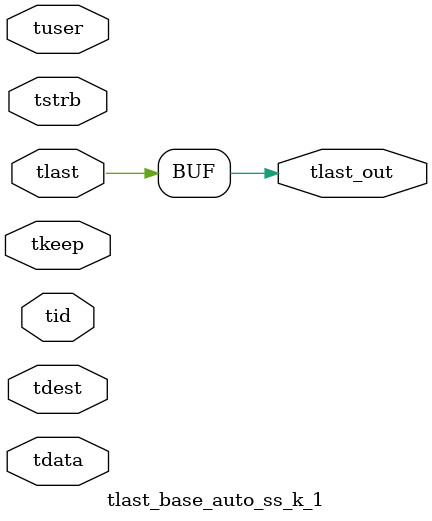
<source format=v>


`timescale 1ps/1ps

module tlast_base_auto_ss_k_1 #
(
parameter C_S_AXIS_TID_WIDTH   = 1,
parameter C_S_AXIS_TUSER_WIDTH = 0,
parameter C_S_AXIS_TDATA_WIDTH = 0,
parameter C_S_AXIS_TDEST_WIDTH = 0
)
(
input  [(C_S_AXIS_TID_WIDTH   == 0 ? 1 : C_S_AXIS_TID_WIDTH)-1:0       ] tid,
input  [(C_S_AXIS_TDATA_WIDTH == 0 ? 1 : C_S_AXIS_TDATA_WIDTH)-1:0     ] tdata,
input  [(C_S_AXIS_TUSER_WIDTH == 0 ? 1 : C_S_AXIS_TUSER_WIDTH)-1:0     ] tuser,
input  [(C_S_AXIS_TDEST_WIDTH == 0 ? 1 : C_S_AXIS_TDEST_WIDTH)-1:0     ] tdest,
input  [(C_S_AXIS_TDATA_WIDTH/8)-1:0 ] tkeep,
input  [(C_S_AXIS_TDATA_WIDTH/8)-1:0 ] tstrb,
input  [0:0]                                                             tlast,
output                                                                   tlast_out
);

assign tlast_out = {tlast};

endmodule


</source>
